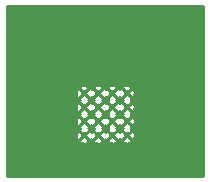
<source format=gbr>
G04 #@! TF.FileFunction,Copper,L2,Bot,Signal*
%FSLAX46Y46*%
G04 Gerber Fmt 4.6, Leading zero omitted, Abs format (unit mm)*
G04 Created by KiCad (PCBNEW 4.0.0-stable) date Wednesday, March 16, 2016 'PMt' 09:11:23 PM*
%MOMM*%
G01*
G04 APERTURE LIST*
%ADD10C,0.100000*%
%ADD11C,0.609600*%
%ADD12C,0.254000*%
%ADD13C,0.381000*%
G04 APERTURE END LIST*
D10*
D11*
X92056140Y94356220D03*
X86595140Y94356220D03*
X81184940Y89454020D03*
X76079540Y94356220D03*
X80219740Y94356220D03*
X83496340Y94356220D03*
X77019340Y85288420D03*
X76079540Y81986420D03*
X76079540Y80589420D03*
X92056140Y80691020D03*
X89262140Y80691020D03*
X92056140Y84145420D03*
X90201940Y84145420D03*
X92056140Y85847220D03*
X91598940Y88742820D03*
X89033540Y91613020D03*
X92056140Y92908420D03*
X86493540Y90597020D03*
X88042940Y91435220D03*
X87204740Y91435220D03*
X87204740Y91435220D03*
X86595140Y92908420D03*
X83420140Y92908420D03*
X76079540Y89276220D03*
X78848140Y90038220D03*
X76079540Y92908420D03*
X78775930Y89168620D03*
X77197140Y88412620D03*
X86493540Y89504820D03*
X80778540Y80564020D03*
X91090940Y83104020D03*
X81718340Y80589420D03*
X81108740Y82491620D03*
X77451140Y87396620D03*
X90684540Y87218820D03*
X90684540Y88057020D03*
X78695740Y92908420D03*
X90129730Y85841220D03*
X83496340Y89530220D03*
X82305935Y87291617D03*
X83505935Y87291617D03*
X84705935Y87291617D03*
X85905935Y87291617D03*
X82305935Y86091617D03*
X83505935Y86091617D03*
X84705935Y86091617D03*
X85905935Y86091617D03*
X82305935Y84891617D03*
X83505935Y84891617D03*
X84705935Y84891617D03*
X85905935Y84891617D03*
X82305935Y83691617D03*
X83505935Y83691617D03*
X84705935Y83691617D03*
X85905935Y83691617D03*
D12*
X78775930Y89168620D02*
X79100120Y88844420D01*
X79100120Y88844420D02*
X85833140Y88844420D01*
X85833140Y88844420D02*
X86493540Y89504820D01*
D13*
X80398820Y81908930D02*
X81718340Y80589420D01*
X78775930Y86930710D02*
X78775930Y89168620D01*
X78775930Y86930710D02*
X80398820Y85307820D01*
X80398820Y81908930D02*
X80398820Y85307820D01*
D12*
G36*
X92396100Y80249060D02*
X75739180Y80249060D01*
X75739180Y83271335D01*
X81886360Y83271335D01*
X81901286Y83133814D01*
X82017883Y83065589D01*
X82145550Y83021422D01*
X82279380Y83003010D01*
X82414231Y83011061D01*
X82544920Y83045265D01*
X82666425Y83104308D01*
X82710584Y83133814D01*
X82725510Y83271335D01*
X83086360Y83271335D01*
X83101286Y83133814D01*
X83217883Y83065589D01*
X83345550Y83021422D01*
X83479380Y83003010D01*
X83614231Y83011061D01*
X83744920Y83045265D01*
X83866425Y83104308D01*
X83910584Y83133814D01*
X83925510Y83271335D01*
X84286360Y83271335D01*
X84301286Y83133814D01*
X84417883Y83065589D01*
X84545550Y83021422D01*
X84679380Y83003010D01*
X84814231Y83011061D01*
X84944920Y83045265D01*
X85066425Y83104308D01*
X85110584Y83133814D01*
X85125510Y83271335D01*
X85486360Y83271335D01*
X85501286Y83133814D01*
X85617883Y83065589D01*
X85745550Y83021422D01*
X85879380Y83003010D01*
X86014231Y83011061D01*
X86144920Y83045265D01*
X86266425Y83104308D01*
X86310584Y83133814D01*
X86325510Y83271335D01*
X85905935Y83690910D01*
X85486360Y83271335D01*
X85125510Y83271335D01*
X84705935Y83690910D01*
X84286360Y83271335D01*
X83925510Y83271335D01*
X83505935Y83690910D01*
X83086360Y83271335D01*
X82725510Y83271335D01*
X82305935Y83690910D01*
X81886360Y83271335D01*
X75739180Y83271335D01*
X75739180Y83718172D01*
X81617328Y83718172D01*
X81625379Y83583321D01*
X81659583Y83452632D01*
X81718626Y83331127D01*
X81748132Y83286968D01*
X81885653Y83272042D01*
X82305228Y83691617D01*
X82306642Y83691617D01*
X82726217Y83272042D01*
X82863738Y83286968D01*
X82905447Y83358249D01*
X82918626Y83331127D01*
X82948132Y83286968D01*
X83085653Y83272042D01*
X83505228Y83691617D01*
X83506642Y83691617D01*
X83926217Y83272042D01*
X84063738Y83286968D01*
X84105447Y83358249D01*
X84118626Y83331127D01*
X84148132Y83286968D01*
X84285653Y83272042D01*
X84705228Y83691617D01*
X84706642Y83691617D01*
X85126217Y83272042D01*
X85263738Y83286968D01*
X85305447Y83358249D01*
X85318626Y83331127D01*
X85348132Y83286968D01*
X85485653Y83272042D01*
X85905228Y83691617D01*
X85906642Y83691617D01*
X86326217Y83272042D01*
X86463738Y83286968D01*
X86531963Y83403565D01*
X86576130Y83531232D01*
X86594542Y83665062D01*
X86586491Y83799913D01*
X86552287Y83930602D01*
X86493244Y84052107D01*
X86463738Y84096266D01*
X86326217Y84111192D01*
X85906642Y83691617D01*
X85905228Y83691617D01*
X85485653Y84111192D01*
X85348132Y84096266D01*
X85306423Y84024985D01*
X85293244Y84052107D01*
X85263738Y84096266D01*
X85126217Y84111192D01*
X84706642Y83691617D01*
X84705228Y83691617D01*
X84285653Y84111192D01*
X84148132Y84096266D01*
X84106423Y84024985D01*
X84093244Y84052107D01*
X84063738Y84096266D01*
X83926217Y84111192D01*
X83506642Y83691617D01*
X83505228Y83691617D01*
X83085653Y84111192D01*
X82948132Y84096266D01*
X82906423Y84024985D01*
X82893244Y84052107D01*
X82863738Y84096266D01*
X82726217Y84111192D01*
X82306642Y83691617D01*
X82305228Y83691617D01*
X81885653Y84111192D01*
X81748132Y84096266D01*
X81679907Y83979669D01*
X81635740Y83852002D01*
X81617328Y83718172D01*
X75739180Y83718172D01*
X75739180Y84471335D01*
X81886360Y84471335D01*
X81901286Y84333814D01*
X81972567Y84292105D01*
X81945445Y84278926D01*
X81901286Y84249420D01*
X81886360Y84111899D01*
X82305935Y83692324D01*
X82725510Y84111899D01*
X82710584Y84249420D01*
X82639303Y84291129D01*
X82666425Y84304308D01*
X82710584Y84333814D01*
X82725510Y84471335D01*
X83086360Y84471335D01*
X83101286Y84333814D01*
X83172567Y84292105D01*
X83145445Y84278926D01*
X83101286Y84249420D01*
X83086360Y84111899D01*
X83505935Y83692324D01*
X83925510Y84111899D01*
X83910584Y84249420D01*
X83839303Y84291129D01*
X83866425Y84304308D01*
X83910584Y84333814D01*
X83925510Y84471335D01*
X84286360Y84471335D01*
X84301286Y84333814D01*
X84372567Y84292105D01*
X84345445Y84278926D01*
X84301286Y84249420D01*
X84286360Y84111899D01*
X84705935Y83692324D01*
X85125510Y84111899D01*
X85110584Y84249420D01*
X85039303Y84291129D01*
X85066425Y84304308D01*
X85110584Y84333814D01*
X85125510Y84471335D01*
X85486360Y84471335D01*
X85501286Y84333814D01*
X85572567Y84292105D01*
X85545445Y84278926D01*
X85501286Y84249420D01*
X85486360Y84111899D01*
X85905935Y83692324D01*
X86325510Y84111899D01*
X86310584Y84249420D01*
X86239303Y84291129D01*
X86266425Y84304308D01*
X86310584Y84333814D01*
X86325510Y84471335D01*
X85905935Y84890910D01*
X85486360Y84471335D01*
X85125510Y84471335D01*
X84705935Y84890910D01*
X84286360Y84471335D01*
X83925510Y84471335D01*
X83505935Y84890910D01*
X83086360Y84471335D01*
X82725510Y84471335D01*
X82305935Y84890910D01*
X81886360Y84471335D01*
X75739180Y84471335D01*
X75739180Y84918172D01*
X81617328Y84918172D01*
X81625379Y84783321D01*
X81659583Y84652632D01*
X81718626Y84531127D01*
X81748132Y84486968D01*
X81885653Y84472042D01*
X82305228Y84891617D01*
X82306642Y84891617D01*
X82726217Y84472042D01*
X82863738Y84486968D01*
X82905447Y84558249D01*
X82918626Y84531127D01*
X82948132Y84486968D01*
X83085653Y84472042D01*
X83505228Y84891617D01*
X83506642Y84891617D01*
X83926217Y84472042D01*
X84063738Y84486968D01*
X84105447Y84558249D01*
X84118626Y84531127D01*
X84148132Y84486968D01*
X84285653Y84472042D01*
X84705228Y84891617D01*
X84706642Y84891617D01*
X85126217Y84472042D01*
X85263738Y84486968D01*
X85305447Y84558249D01*
X85318626Y84531127D01*
X85348132Y84486968D01*
X85485653Y84472042D01*
X85905228Y84891617D01*
X85906642Y84891617D01*
X86326217Y84472042D01*
X86463738Y84486968D01*
X86531963Y84603565D01*
X86576130Y84731232D01*
X86594542Y84865062D01*
X86586491Y84999913D01*
X86552287Y85130602D01*
X86493244Y85252107D01*
X86463738Y85296266D01*
X86326217Y85311192D01*
X85906642Y84891617D01*
X85905228Y84891617D01*
X85485653Y85311192D01*
X85348132Y85296266D01*
X85306423Y85224985D01*
X85293244Y85252107D01*
X85263738Y85296266D01*
X85126217Y85311192D01*
X84706642Y84891617D01*
X84705228Y84891617D01*
X84285653Y85311192D01*
X84148132Y85296266D01*
X84106423Y85224985D01*
X84093244Y85252107D01*
X84063738Y85296266D01*
X83926217Y85311192D01*
X83506642Y84891617D01*
X83505228Y84891617D01*
X83085653Y85311192D01*
X82948132Y85296266D01*
X82906423Y85224985D01*
X82893244Y85252107D01*
X82863738Y85296266D01*
X82726217Y85311192D01*
X82306642Y84891617D01*
X82305228Y84891617D01*
X81885653Y85311192D01*
X81748132Y85296266D01*
X81679907Y85179669D01*
X81635740Y85052002D01*
X81617328Y84918172D01*
X75739180Y84918172D01*
X75739180Y85671335D01*
X81886360Y85671335D01*
X81901286Y85533814D01*
X81972567Y85492105D01*
X81945445Y85478926D01*
X81901286Y85449420D01*
X81886360Y85311899D01*
X82305935Y84892324D01*
X82725510Y85311899D01*
X82710584Y85449420D01*
X82639303Y85491129D01*
X82666425Y85504308D01*
X82710584Y85533814D01*
X82725510Y85671335D01*
X83086360Y85671335D01*
X83101286Y85533814D01*
X83172567Y85492105D01*
X83145445Y85478926D01*
X83101286Y85449420D01*
X83086360Y85311899D01*
X83505935Y84892324D01*
X83925510Y85311899D01*
X83910584Y85449420D01*
X83839303Y85491129D01*
X83866425Y85504308D01*
X83910584Y85533814D01*
X83925510Y85671335D01*
X84286360Y85671335D01*
X84301286Y85533814D01*
X84372567Y85492105D01*
X84345445Y85478926D01*
X84301286Y85449420D01*
X84286360Y85311899D01*
X84705935Y84892324D01*
X85125510Y85311899D01*
X85110584Y85449420D01*
X85039303Y85491129D01*
X85066425Y85504308D01*
X85110584Y85533814D01*
X85125510Y85671335D01*
X85486360Y85671335D01*
X85501286Y85533814D01*
X85572567Y85492105D01*
X85545445Y85478926D01*
X85501286Y85449420D01*
X85486360Y85311899D01*
X85905935Y84892324D01*
X86325510Y85311899D01*
X86310584Y85449420D01*
X86239303Y85491129D01*
X86266425Y85504308D01*
X86310584Y85533814D01*
X86325510Y85671335D01*
X85905935Y86090910D01*
X85486360Y85671335D01*
X85125510Y85671335D01*
X84705935Y86090910D01*
X84286360Y85671335D01*
X83925510Y85671335D01*
X83505935Y86090910D01*
X83086360Y85671335D01*
X82725510Y85671335D01*
X82305935Y86090910D01*
X81886360Y85671335D01*
X75739180Y85671335D01*
X75739180Y86118172D01*
X81617328Y86118172D01*
X81625379Y85983321D01*
X81659583Y85852632D01*
X81718626Y85731127D01*
X81748132Y85686968D01*
X81885653Y85672042D01*
X82305228Y86091617D01*
X82306642Y86091617D01*
X82726217Y85672042D01*
X82863738Y85686968D01*
X82905447Y85758249D01*
X82918626Y85731127D01*
X82948132Y85686968D01*
X83085653Y85672042D01*
X83505228Y86091617D01*
X83506642Y86091617D01*
X83926217Y85672042D01*
X84063738Y85686968D01*
X84105447Y85758249D01*
X84118626Y85731127D01*
X84148132Y85686968D01*
X84285653Y85672042D01*
X84705228Y86091617D01*
X84706642Y86091617D01*
X85126217Y85672042D01*
X85263738Y85686968D01*
X85305447Y85758249D01*
X85318626Y85731127D01*
X85348132Y85686968D01*
X85485653Y85672042D01*
X85905228Y86091617D01*
X85906642Y86091617D01*
X86326217Y85672042D01*
X86463738Y85686968D01*
X86531963Y85803565D01*
X86576130Y85931232D01*
X86594542Y86065062D01*
X86586491Y86199913D01*
X86552287Y86330602D01*
X86493244Y86452107D01*
X86463738Y86496266D01*
X86326217Y86511192D01*
X85906642Y86091617D01*
X85905228Y86091617D01*
X85485653Y86511192D01*
X85348132Y86496266D01*
X85306423Y86424985D01*
X85293244Y86452107D01*
X85263738Y86496266D01*
X85126217Y86511192D01*
X84706642Y86091617D01*
X84705228Y86091617D01*
X84285653Y86511192D01*
X84148132Y86496266D01*
X84106423Y86424985D01*
X84093244Y86452107D01*
X84063738Y86496266D01*
X83926217Y86511192D01*
X83506642Y86091617D01*
X83505228Y86091617D01*
X83085653Y86511192D01*
X82948132Y86496266D01*
X82906423Y86424985D01*
X82893244Y86452107D01*
X82863738Y86496266D01*
X82726217Y86511192D01*
X82306642Y86091617D01*
X82305228Y86091617D01*
X81885653Y86511192D01*
X81748132Y86496266D01*
X81679907Y86379669D01*
X81635740Y86252002D01*
X81617328Y86118172D01*
X75739180Y86118172D01*
X75739180Y86871335D01*
X81886360Y86871335D01*
X81901286Y86733814D01*
X81972567Y86692105D01*
X81945445Y86678926D01*
X81901286Y86649420D01*
X81886360Y86511899D01*
X82305935Y86092324D01*
X82725510Y86511899D01*
X82710584Y86649420D01*
X82639303Y86691129D01*
X82666425Y86704308D01*
X82710584Y86733814D01*
X82725510Y86871335D01*
X83086360Y86871335D01*
X83101286Y86733814D01*
X83172567Y86692105D01*
X83145445Y86678926D01*
X83101286Y86649420D01*
X83086360Y86511899D01*
X83505935Y86092324D01*
X83925510Y86511899D01*
X83910584Y86649420D01*
X83839303Y86691129D01*
X83866425Y86704308D01*
X83910584Y86733814D01*
X83925510Y86871335D01*
X84286360Y86871335D01*
X84301286Y86733814D01*
X84372567Y86692105D01*
X84345445Y86678926D01*
X84301286Y86649420D01*
X84286360Y86511899D01*
X84705935Y86092324D01*
X85125510Y86511899D01*
X85110584Y86649420D01*
X85039303Y86691129D01*
X85066425Y86704308D01*
X85110584Y86733814D01*
X85125510Y86871335D01*
X85486360Y86871335D01*
X85501286Y86733814D01*
X85572567Y86692105D01*
X85545445Y86678926D01*
X85501286Y86649420D01*
X85486360Y86511899D01*
X85905935Y86092324D01*
X86325510Y86511899D01*
X86310584Y86649420D01*
X86239303Y86691129D01*
X86266425Y86704308D01*
X86310584Y86733814D01*
X86325510Y86871335D01*
X85905935Y87290910D01*
X85486360Y86871335D01*
X85125510Y86871335D01*
X84705935Y87290910D01*
X84286360Y86871335D01*
X83925510Y86871335D01*
X83505935Y87290910D01*
X83086360Y86871335D01*
X82725510Y86871335D01*
X82305935Y87290910D01*
X81886360Y86871335D01*
X75739180Y86871335D01*
X75739180Y87318172D01*
X81617328Y87318172D01*
X81625379Y87183321D01*
X81659583Y87052632D01*
X81718626Y86931127D01*
X81748132Y86886968D01*
X81885653Y86872042D01*
X82305228Y87291617D01*
X82306642Y87291617D01*
X82726217Y86872042D01*
X82863738Y86886968D01*
X82905447Y86958249D01*
X82918626Y86931127D01*
X82948132Y86886968D01*
X83085653Y86872042D01*
X83505228Y87291617D01*
X83506642Y87291617D01*
X83926217Y86872042D01*
X84063738Y86886968D01*
X84105447Y86958249D01*
X84118626Y86931127D01*
X84148132Y86886968D01*
X84285653Y86872042D01*
X84705228Y87291617D01*
X84706642Y87291617D01*
X85126217Y86872042D01*
X85263738Y86886968D01*
X85305447Y86958249D01*
X85318626Y86931127D01*
X85348132Y86886968D01*
X85485653Y86872042D01*
X85905228Y87291617D01*
X85906642Y87291617D01*
X86326217Y86872042D01*
X86463738Y86886968D01*
X86531963Y87003565D01*
X86576130Y87131232D01*
X86594542Y87265062D01*
X86586491Y87399913D01*
X86552287Y87530602D01*
X86493244Y87652107D01*
X86463738Y87696266D01*
X86326217Y87711192D01*
X85906642Y87291617D01*
X85905228Y87291617D01*
X85485653Y87711192D01*
X85348132Y87696266D01*
X85306423Y87624985D01*
X85293244Y87652107D01*
X85263738Y87696266D01*
X85126217Y87711192D01*
X84706642Y87291617D01*
X84705228Y87291617D01*
X84285653Y87711192D01*
X84148132Y87696266D01*
X84106423Y87624985D01*
X84093244Y87652107D01*
X84063738Y87696266D01*
X83926217Y87711192D01*
X83506642Y87291617D01*
X83505228Y87291617D01*
X83085653Y87711192D01*
X82948132Y87696266D01*
X82906423Y87624985D01*
X82893244Y87652107D01*
X82863738Y87696266D01*
X82726217Y87711192D01*
X82306642Y87291617D01*
X82305228Y87291617D01*
X81885653Y87711192D01*
X81748132Y87696266D01*
X81679907Y87579669D01*
X81635740Y87452002D01*
X81617328Y87318172D01*
X75739180Y87318172D01*
X75739180Y87711899D01*
X81886360Y87711899D01*
X82305935Y87292324D01*
X82725510Y87711899D01*
X83086360Y87711899D01*
X83505935Y87292324D01*
X83925510Y87711899D01*
X84286360Y87711899D01*
X84705935Y87292324D01*
X85125510Y87711899D01*
X85486360Y87711899D01*
X85905935Y87292324D01*
X86325510Y87711899D01*
X86310584Y87849420D01*
X86193987Y87917645D01*
X86066320Y87961812D01*
X85932490Y87980224D01*
X85797639Y87972173D01*
X85666950Y87937969D01*
X85545445Y87878926D01*
X85501286Y87849420D01*
X85486360Y87711899D01*
X85125510Y87711899D01*
X85110584Y87849420D01*
X84993987Y87917645D01*
X84866320Y87961812D01*
X84732490Y87980224D01*
X84597639Y87972173D01*
X84466950Y87937969D01*
X84345445Y87878926D01*
X84301286Y87849420D01*
X84286360Y87711899D01*
X83925510Y87711899D01*
X83910584Y87849420D01*
X83793987Y87917645D01*
X83666320Y87961812D01*
X83532490Y87980224D01*
X83397639Y87972173D01*
X83266950Y87937969D01*
X83145445Y87878926D01*
X83101286Y87849420D01*
X83086360Y87711899D01*
X82725510Y87711899D01*
X82710584Y87849420D01*
X82593987Y87917645D01*
X82466320Y87961812D01*
X82332490Y87980224D01*
X82197639Y87972173D01*
X82066950Y87937969D01*
X81945445Y87878926D01*
X81901286Y87849420D01*
X81886360Y87711899D01*
X75739180Y87711899D01*
X75739180Y94696580D01*
X92396100Y94696580D01*
X92396100Y80249060D01*
X92396100Y80249060D01*
G37*
X92396100Y80249060D02*
X75739180Y80249060D01*
X75739180Y83271335D01*
X81886360Y83271335D01*
X81901286Y83133814D01*
X82017883Y83065589D01*
X82145550Y83021422D01*
X82279380Y83003010D01*
X82414231Y83011061D01*
X82544920Y83045265D01*
X82666425Y83104308D01*
X82710584Y83133814D01*
X82725510Y83271335D01*
X83086360Y83271335D01*
X83101286Y83133814D01*
X83217883Y83065589D01*
X83345550Y83021422D01*
X83479380Y83003010D01*
X83614231Y83011061D01*
X83744920Y83045265D01*
X83866425Y83104308D01*
X83910584Y83133814D01*
X83925510Y83271335D01*
X84286360Y83271335D01*
X84301286Y83133814D01*
X84417883Y83065589D01*
X84545550Y83021422D01*
X84679380Y83003010D01*
X84814231Y83011061D01*
X84944920Y83045265D01*
X85066425Y83104308D01*
X85110584Y83133814D01*
X85125510Y83271335D01*
X85486360Y83271335D01*
X85501286Y83133814D01*
X85617883Y83065589D01*
X85745550Y83021422D01*
X85879380Y83003010D01*
X86014231Y83011061D01*
X86144920Y83045265D01*
X86266425Y83104308D01*
X86310584Y83133814D01*
X86325510Y83271335D01*
X85905935Y83690910D01*
X85486360Y83271335D01*
X85125510Y83271335D01*
X84705935Y83690910D01*
X84286360Y83271335D01*
X83925510Y83271335D01*
X83505935Y83690910D01*
X83086360Y83271335D01*
X82725510Y83271335D01*
X82305935Y83690910D01*
X81886360Y83271335D01*
X75739180Y83271335D01*
X75739180Y83718172D01*
X81617328Y83718172D01*
X81625379Y83583321D01*
X81659583Y83452632D01*
X81718626Y83331127D01*
X81748132Y83286968D01*
X81885653Y83272042D01*
X82305228Y83691617D01*
X82306642Y83691617D01*
X82726217Y83272042D01*
X82863738Y83286968D01*
X82905447Y83358249D01*
X82918626Y83331127D01*
X82948132Y83286968D01*
X83085653Y83272042D01*
X83505228Y83691617D01*
X83506642Y83691617D01*
X83926217Y83272042D01*
X84063738Y83286968D01*
X84105447Y83358249D01*
X84118626Y83331127D01*
X84148132Y83286968D01*
X84285653Y83272042D01*
X84705228Y83691617D01*
X84706642Y83691617D01*
X85126217Y83272042D01*
X85263738Y83286968D01*
X85305447Y83358249D01*
X85318626Y83331127D01*
X85348132Y83286968D01*
X85485653Y83272042D01*
X85905228Y83691617D01*
X85906642Y83691617D01*
X86326217Y83272042D01*
X86463738Y83286968D01*
X86531963Y83403565D01*
X86576130Y83531232D01*
X86594542Y83665062D01*
X86586491Y83799913D01*
X86552287Y83930602D01*
X86493244Y84052107D01*
X86463738Y84096266D01*
X86326217Y84111192D01*
X85906642Y83691617D01*
X85905228Y83691617D01*
X85485653Y84111192D01*
X85348132Y84096266D01*
X85306423Y84024985D01*
X85293244Y84052107D01*
X85263738Y84096266D01*
X85126217Y84111192D01*
X84706642Y83691617D01*
X84705228Y83691617D01*
X84285653Y84111192D01*
X84148132Y84096266D01*
X84106423Y84024985D01*
X84093244Y84052107D01*
X84063738Y84096266D01*
X83926217Y84111192D01*
X83506642Y83691617D01*
X83505228Y83691617D01*
X83085653Y84111192D01*
X82948132Y84096266D01*
X82906423Y84024985D01*
X82893244Y84052107D01*
X82863738Y84096266D01*
X82726217Y84111192D01*
X82306642Y83691617D01*
X82305228Y83691617D01*
X81885653Y84111192D01*
X81748132Y84096266D01*
X81679907Y83979669D01*
X81635740Y83852002D01*
X81617328Y83718172D01*
X75739180Y83718172D01*
X75739180Y84471335D01*
X81886360Y84471335D01*
X81901286Y84333814D01*
X81972567Y84292105D01*
X81945445Y84278926D01*
X81901286Y84249420D01*
X81886360Y84111899D01*
X82305935Y83692324D01*
X82725510Y84111899D01*
X82710584Y84249420D01*
X82639303Y84291129D01*
X82666425Y84304308D01*
X82710584Y84333814D01*
X82725510Y84471335D01*
X83086360Y84471335D01*
X83101286Y84333814D01*
X83172567Y84292105D01*
X83145445Y84278926D01*
X83101286Y84249420D01*
X83086360Y84111899D01*
X83505935Y83692324D01*
X83925510Y84111899D01*
X83910584Y84249420D01*
X83839303Y84291129D01*
X83866425Y84304308D01*
X83910584Y84333814D01*
X83925510Y84471335D01*
X84286360Y84471335D01*
X84301286Y84333814D01*
X84372567Y84292105D01*
X84345445Y84278926D01*
X84301286Y84249420D01*
X84286360Y84111899D01*
X84705935Y83692324D01*
X85125510Y84111899D01*
X85110584Y84249420D01*
X85039303Y84291129D01*
X85066425Y84304308D01*
X85110584Y84333814D01*
X85125510Y84471335D01*
X85486360Y84471335D01*
X85501286Y84333814D01*
X85572567Y84292105D01*
X85545445Y84278926D01*
X85501286Y84249420D01*
X85486360Y84111899D01*
X85905935Y83692324D01*
X86325510Y84111899D01*
X86310584Y84249420D01*
X86239303Y84291129D01*
X86266425Y84304308D01*
X86310584Y84333814D01*
X86325510Y84471335D01*
X85905935Y84890910D01*
X85486360Y84471335D01*
X85125510Y84471335D01*
X84705935Y84890910D01*
X84286360Y84471335D01*
X83925510Y84471335D01*
X83505935Y84890910D01*
X83086360Y84471335D01*
X82725510Y84471335D01*
X82305935Y84890910D01*
X81886360Y84471335D01*
X75739180Y84471335D01*
X75739180Y84918172D01*
X81617328Y84918172D01*
X81625379Y84783321D01*
X81659583Y84652632D01*
X81718626Y84531127D01*
X81748132Y84486968D01*
X81885653Y84472042D01*
X82305228Y84891617D01*
X82306642Y84891617D01*
X82726217Y84472042D01*
X82863738Y84486968D01*
X82905447Y84558249D01*
X82918626Y84531127D01*
X82948132Y84486968D01*
X83085653Y84472042D01*
X83505228Y84891617D01*
X83506642Y84891617D01*
X83926217Y84472042D01*
X84063738Y84486968D01*
X84105447Y84558249D01*
X84118626Y84531127D01*
X84148132Y84486968D01*
X84285653Y84472042D01*
X84705228Y84891617D01*
X84706642Y84891617D01*
X85126217Y84472042D01*
X85263738Y84486968D01*
X85305447Y84558249D01*
X85318626Y84531127D01*
X85348132Y84486968D01*
X85485653Y84472042D01*
X85905228Y84891617D01*
X85906642Y84891617D01*
X86326217Y84472042D01*
X86463738Y84486968D01*
X86531963Y84603565D01*
X86576130Y84731232D01*
X86594542Y84865062D01*
X86586491Y84999913D01*
X86552287Y85130602D01*
X86493244Y85252107D01*
X86463738Y85296266D01*
X86326217Y85311192D01*
X85906642Y84891617D01*
X85905228Y84891617D01*
X85485653Y85311192D01*
X85348132Y85296266D01*
X85306423Y85224985D01*
X85293244Y85252107D01*
X85263738Y85296266D01*
X85126217Y85311192D01*
X84706642Y84891617D01*
X84705228Y84891617D01*
X84285653Y85311192D01*
X84148132Y85296266D01*
X84106423Y85224985D01*
X84093244Y85252107D01*
X84063738Y85296266D01*
X83926217Y85311192D01*
X83506642Y84891617D01*
X83505228Y84891617D01*
X83085653Y85311192D01*
X82948132Y85296266D01*
X82906423Y85224985D01*
X82893244Y85252107D01*
X82863738Y85296266D01*
X82726217Y85311192D01*
X82306642Y84891617D01*
X82305228Y84891617D01*
X81885653Y85311192D01*
X81748132Y85296266D01*
X81679907Y85179669D01*
X81635740Y85052002D01*
X81617328Y84918172D01*
X75739180Y84918172D01*
X75739180Y85671335D01*
X81886360Y85671335D01*
X81901286Y85533814D01*
X81972567Y85492105D01*
X81945445Y85478926D01*
X81901286Y85449420D01*
X81886360Y85311899D01*
X82305935Y84892324D01*
X82725510Y85311899D01*
X82710584Y85449420D01*
X82639303Y85491129D01*
X82666425Y85504308D01*
X82710584Y85533814D01*
X82725510Y85671335D01*
X83086360Y85671335D01*
X83101286Y85533814D01*
X83172567Y85492105D01*
X83145445Y85478926D01*
X83101286Y85449420D01*
X83086360Y85311899D01*
X83505935Y84892324D01*
X83925510Y85311899D01*
X83910584Y85449420D01*
X83839303Y85491129D01*
X83866425Y85504308D01*
X83910584Y85533814D01*
X83925510Y85671335D01*
X84286360Y85671335D01*
X84301286Y85533814D01*
X84372567Y85492105D01*
X84345445Y85478926D01*
X84301286Y85449420D01*
X84286360Y85311899D01*
X84705935Y84892324D01*
X85125510Y85311899D01*
X85110584Y85449420D01*
X85039303Y85491129D01*
X85066425Y85504308D01*
X85110584Y85533814D01*
X85125510Y85671335D01*
X85486360Y85671335D01*
X85501286Y85533814D01*
X85572567Y85492105D01*
X85545445Y85478926D01*
X85501286Y85449420D01*
X85486360Y85311899D01*
X85905935Y84892324D01*
X86325510Y85311899D01*
X86310584Y85449420D01*
X86239303Y85491129D01*
X86266425Y85504308D01*
X86310584Y85533814D01*
X86325510Y85671335D01*
X85905935Y86090910D01*
X85486360Y85671335D01*
X85125510Y85671335D01*
X84705935Y86090910D01*
X84286360Y85671335D01*
X83925510Y85671335D01*
X83505935Y86090910D01*
X83086360Y85671335D01*
X82725510Y85671335D01*
X82305935Y86090910D01*
X81886360Y85671335D01*
X75739180Y85671335D01*
X75739180Y86118172D01*
X81617328Y86118172D01*
X81625379Y85983321D01*
X81659583Y85852632D01*
X81718626Y85731127D01*
X81748132Y85686968D01*
X81885653Y85672042D01*
X82305228Y86091617D01*
X82306642Y86091617D01*
X82726217Y85672042D01*
X82863738Y85686968D01*
X82905447Y85758249D01*
X82918626Y85731127D01*
X82948132Y85686968D01*
X83085653Y85672042D01*
X83505228Y86091617D01*
X83506642Y86091617D01*
X83926217Y85672042D01*
X84063738Y85686968D01*
X84105447Y85758249D01*
X84118626Y85731127D01*
X84148132Y85686968D01*
X84285653Y85672042D01*
X84705228Y86091617D01*
X84706642Y86091617D01*
X85126217Y85672042D01*
X85263738Y85686968D01*
X85305447Y85758249D01*
X85318626Y85731127D01*
X85348132Y85686968D01*
X85485653Y85672042D01*
X85905228Y86091617D01*
X85906642Y86091617D01*
X86326217Y85672042D01*
X86463738Y85686968D01*
X86531963Y85803565D01*
X86576130Y85931232D01*
X86594542Y86065062D01*
X86586491Y86199913D01*
X86552287Y86330602D01*
X86493244Y86452107D01*
X86463738Y86496266D01*
X86326217Y86511192D01*
X85906642Y86091617D01*
X85905228Y86091617D01*
X85485653Y86511192D01*
X85348132Y86496266D01*
X85306423Y86424985D01*
X85293244Y86452107D01*
X85263738Y86496266D01*
X85126217Y86511192D01*
X84706642Y86091617D01*
X84705228Y86091617D01*
X84285653Y86511192D01*
X84148132Y86496266D01*
X84106423Y86424985D01*
X84093244Y86452107D01*
X84063738Y86496266D01*
X83926217Y86511192D01*
X83506642Y86091617D01*
X83505228Y86091617D01*
X83085653Y86511192D01*
X82948132Y86496266D01*
X82906423Y86424985D01*
X82893244Y86452107D01*
X82863738Y86496266D01*
X82726217Y86511192D01*
X82306642Y86091617D01*
X82305228Y86091617D01*
X81885653Y86511192D01*
X81748132Y86496266D01*
X81679907Y86379669D01*
X81635740Y86252002D01*
X81617328Y86118172D01*
X75739180Y86118172D01*
X75739180Y86871335D01*
X81886360Y86871335D01*
X81901286Y86733814D01*
X81972567Y86692105D01*
X81945445Y86678926D01*
X81901286Y86649420D01*
X81886360Y86511899D01*
X82305935Y86092324D01*
X82725510Y86511899D01*
X82710584Y86649420D01*
X82639303Y86691129D01*
X82666425Y86704308D01*
X82710584Y86733814D01*
X82725510Y86871335D01*
X83086360Y86871335D01*
X83101286Y86733814D01*
X83172567Y86692105D01*
X83145445Y86678926D01*
X83101286Y86649420D01*
X83086360Y86511899D01*
X83505935Y86092324D01*
X83925510Y86511899D01*
X83910584Y86649420D01*
X83839303Y86691129D01*
X83866425Y86704308D01*
X83910584Y86733814D01*
X83925510Y86871335D01*
X84286360Y86871335D01*
X84301286Y86733814D01*
X84372567Y86692105D01*
X84345445Y86678926D01*
X84301286Y86649420D01*
X84286360Y86511899D01*
X84705935Y86092324D01*
X85125510Y86511899D01*
X85110584Y86649420D01*
X85039303Y86691129D01*
X85066425Y86704308D01*
X85110584Y86733814D01*
X85125510Y86871335D01*
X85486360Y86871335D01*
X85501286Y86733814D01*
X85572567Y86692105D01*
X85545445Y86678926D01*
X85501286Y86649420D01*
X85486360Y86511899D01*
X85905935Y86092324D01*
X86325510Y86511899D01*
X86310584Y86649420D01*
X86239303Y86691129D01*
X86266425Y86704308D01*
X86310584Y86733814D01*
X86325510Y86871335D01*
X85905935Y87290910D01*
X85486360Y86871335D01*
X85125510Y86871335D01*
X84705935Y87290910D01*
X84286360Y86871335D01*
X83925510Y86871335D01*
X83505935Y87290910D01*
X83086360Y86871335D01*
X82725510Y86871335D01*
X82305935Y87290910D01*
X81886360Y86871335D01*
X75739180Y86871335D01*
X75739180Y87318172D01*
X81617328Y87318172D01*
X81625379Y87183321D01*
X81659583Y87052632D01*
X81718626Y86931127D01*
X81748132Y86886968D01*
X81885653Y86872042D01*
X82305228Y87291617D01*
X82306642Y87291617D01*
X82726217Y86872042D01*
X82863738Y86886968D01*
X82905447Y86958249D01*
X82918626Y86931127D01*
X82948132Y86886968D01*
X83085653Y86872042D01*
X83505228Y87291617D01*
X83506642Y87291617D01*
X83926217Y86872042D01*
X84063738Y86886968D01*
X84105447Y86958249D01*
X84118626Y86931127D01*
X84148132Y86886968D01*
X84285653Y86872042D01*
X84705228Y87291617D01*
X84706642Y87291617D01*
X85126217Y86872042D01*
X85263738Y86886968D01*
X85305447Y86958249D01*
X85318626Y86931127D01*
X85348132Y86886968D01*
X85485653Y86872042D01*
X85905228Y87291617D01*
X85906642Y87291617D01*
X86326217Y86872042D01*
X86463738Y86886968D01*
X86531963Y87003565D01*
X86576130Y87131232D01*
X86594542Y87265062D01*
X86586491Y87399913D01*
X86552287Y87530602D01*
X86493244Y87652107D01*
X86463738Y87696266D01*
X86326217Y87711192D01*
X85906642Y87291617D01*
X85905228Y87291617D01*
X85485653Y87711192D01*
X85348132Y87696266D01*
X85306423Y87624985D01*
X85293244Y87652107D01*
X85263738Y87696266D01*
X85126217Y87711192D01*
X84706642Y87291617D01*
X84705228Y87291617D01*
X84285653Y87711192D01*
X84148132Y87696266D01*
X84106423Y87624985D01*
X84093244Y87652107D01*
X84063738Y87696266D01*
X83926217Y87711192D01*
X83506642Y87291617D01*
X83505228Y87291617D01*
X83085653Y87711192D01*
X82948132Y87696266D01*
X82906423Y87624985D01*
X82893244Y87652107D01*
X82863738Y87696266D01*
X82726217Y87711192D01*
X82306642Y87291617D01*
X82305228Y87291617D01*
X81885653Y87711192D01*
X81748132Y87696266D01*
X81679907Y87579669D01*
X81635740Y87452002D01*
X81617328Y87318172D01*
X75739180Y87318172D01*
X75739180Y87711899D01*
X81886360Y87711899D01*
X82305935Y87292324D01*
X82725510Y87711899D01*
X83086360Y87711899D01*
X83505935Y87292324D01*
X83925510Y87711899D01*
X84286360Y87711899D01*
X84705935Y87292324D01*
X85125510Y87711899D01*
X85486360Y87711899D01*
X85905935Y87292324D01*
X86325510Y87711899D01*
X86310584Y87849420D01*
X86193987Y87917645D01*
X86066320Y87961812D01*
X85932490Y87980224D01*
X85797639Y87972173D01*
X85666950Y87937969D01*
X85545445Y87878926D01*
X85501286Y87849420D01*
X85486360Y87711899D01*
X85125510Y87711899D01*
X85110584Y87849420D01*
X84993987Y87917645D01*
X84866320Y87961812D01*
X84732490Y87980224D01*
X84597639Y87972173D01*
X84466950Y87937969D01*
X84345445Y87878926D01*
X84301286Y87849420D01*
X84286360Y87711899D01*
X83925510Y87711899D01*
X83910584Y87849420D01*
X83793987Y87917645D01*
X83666320Y87961812D01*
X83532490Y87980224D01*
X83397639Y87972173D01*
X83266950Y87937969D01*
X83145445Y87878926D01*
X83101286Y87849420D01*
X83086360Y87711899D01*
X82725510Y87711899D01*
X82710584Y87849420D01*
X82593987Y87917645D01*
X82466320Y87961812D01*
X82332490Y87980224D01*
X82197639Y87972173D01*
X82066950Y87937969D01*
X81945445Y87878926D01*
X81901286Y87849420D01*
X81886360Y87711899D01*
X75739180Y87711899D01*
X75739180Y94696580D01*
X92396100Y94696580D01*
X92396100Y80249060D01*
M02*

</source>
